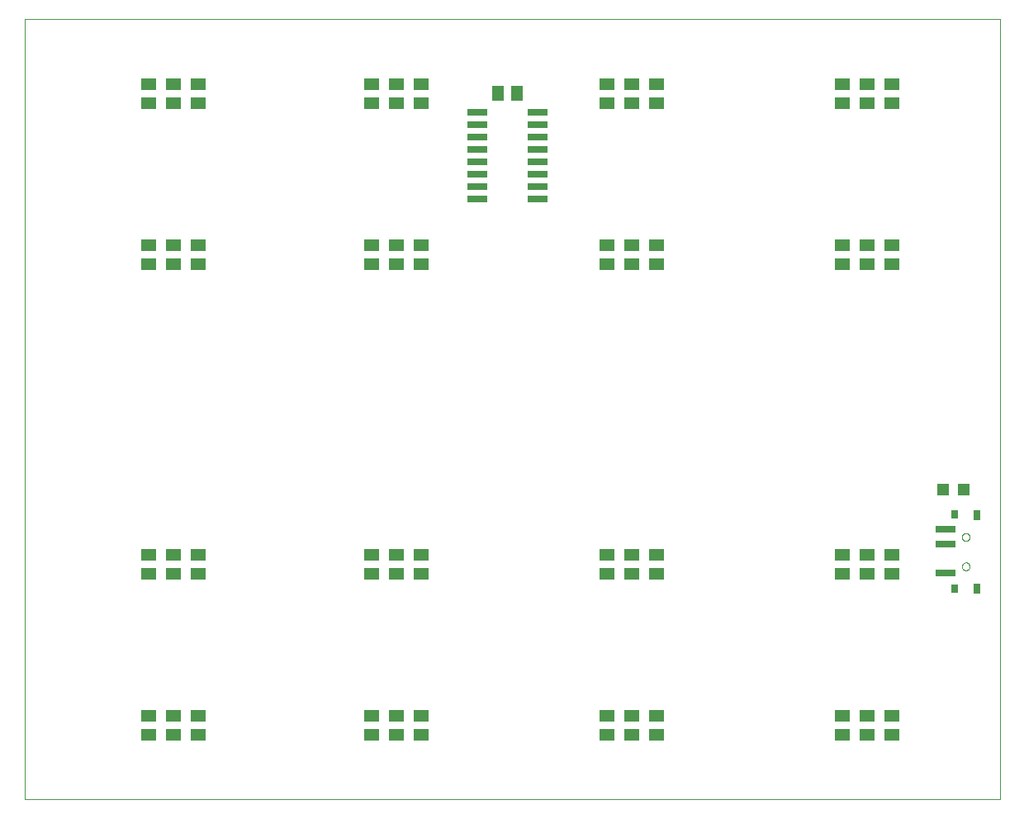
<source format=gtp>
G75*
%MOIN*%
%OFA0B0*%
%FSLAX25Y25*%
%IPPOS*%
%LPD*%
%AMOC8*
5,1,8,0,0,1.08239X$1,22.5*
%
%ADD10C,0.00000*%
%ADD11R,0.08000X0.02600*%
%ADD12R,0.05906X0.05118*%
%ADD13R,0.05118X0.05906*%
%ADD14R,0.07874X0.03150*%
%ADD15R,0.03150X0.03543*%
%ADD16R,0.03150X0.03937*%
%ADD17R,0.04724X0.04724*%
D10*
X0001800Y0001800D02*
X0001800Y0316761D01*
X0395501Y0316761D01*
X0395501Y0001800D01*
X0001800Y0001800D01*
X0380225Y0095894D02*
X0380227Y0095973D01*
X0380233Y0096052D01*
X0380243Y0096131D01*
X0380257Y0096209D01*
X0380274Y0096286D01*
X0380296Y0096362D01*
X0380321Y0096437D01*
X0380351Y0096510D01*
X0380383Y0096582D01*
X0380420Y0096653D01*
X0380460Y0096721D01*
X0380503Y0096787D01*
X0380549Y0096851D01*
X0380599Y0096913D01*
X0380652Y0096972D01*
X0380707Y0097028D01*
X0380766Y0097082D01*
X0380827Y0097132D01*
X0380890Y0097180D01*
X0380956Y0097224D01*
X0381024Y0097265D01*
X0381094Y0097302D01*
X0381165Y0097336D01*
X0381239Y0097366D01*
X0381313Y0097392D01*
X0381389Y0097414D01*
X0381466Y0097433D01*
X0381544Y0097448D01*
X0381622Y0097459D01*
X0381701Y0097466D01*
X0381780Y0097469D01*
X0381859Y0097468D01*
X0381938Y0097463D01*
X0382017Y0097454D01*
X0382095Y0097441D01*
X0382172Y0097424D01*
X0382249Y0097404D01*
X0382324Y0097379D01*
X0382398Y0097351D01*
X0382471Y0097319D01*
X0382541Y0097284D01*
X0382610Y0097245D01*
X0382677Y0097202D01*
X0382742Y0097156D01*
X0382804Y0097108D01*
X0382864Y0097056D01*
X0382921Y0097001D01*
X0382975Y0096943D01*
X0383026Y0096883D01*
X0383074Y0096820D01*
X0383119Y0096755D01*
X0383161Y0096687D01*
X0383199Y0096618D01*
X0383233Y0096547D01*
X0383264Y0096474D01*
X0383292Y0096399D01*
X0383315Y0096324D01*
X0383335Y0096247D01*
X0383351Y0096170D01*
X0383363Y0096091D01*
X0383371Y0096013D01*
X0383375Y0095934D01*
X0383375Y0095854D01*
X0383371Y0095775D01*
X0383363Y0095697D01*
X0383351Y0095618D01*
X0383335Y0095541D01*
X0383315Y0095464D01*
X0383292Y0095389D01*
X0383264Y0095314D01*
X0383233Y0095241D01*
X0383199Y0095170D01*
X0383161Y0095101D01*
X0383119Y0095033D01*
X0383074Y0094968D01*
X0383026Y0094905D01*
X0382975Y0094845D01*
X0382921Y0094787D01*
X0382864Y0094732D01*
X0382804Y0094680D01*
X0382742Y0094632D01*
X0382677Y0094586D01*
X0382610Y0094543D01*
X0382541Y0094504D01*
X0382471Y0094469D01*
X0382398Y0094437D01*
X0382324Y0094409D01*
X0382249Y0094384D01*
X0382172Y0094364D01*
X0382095Y0094347D01*
X0382017Y0094334D01*
X0381938Y0094325D01*
X0381859Y0094320D01*
X0381780Y0094319D01*
X0381701Y0094322D01*
X0381622Y0094329D01*
X0381544Y0094340D01*
X0381466Y0094355D01*
X0381389Y0094374D01*
X0381313Y0094396D01*
X0381239Y0094422D01*
X0381165Y0094452D01*
X0381094Y0094486D01*
X0381024Y0094523D01*
X0380956Y0094564D01*
X0380890Y0094608D01*
X0380827Y0094656D01*
X0380766Y0094706D01*
X0380707Y0094760D01*
X0380652Y0094816D01*
X0380599Y0094875D01*
X0380549Y0094937D01*
X0380503Y0095001D01*
X0380460Y0095067D01*
X0380420Y0095135D01*
X0380383Y0095206D01*
X0380351Y0095278D01*
X0380321Y0095351D01*
X0380296Y0095426D01*
X0380274Y0095502D01*
X0380257Y0095579D01*
X0380243Y0095657D01*
X0380233Y0095736D01*
X0380227Y0095815D01*
X0380225Y0095894D01*
X0380225Y0107706D02*
X0380227Y0107785D01*
X0380233Y0107864D01*
X0380243Y0107943D01*
X0380257Y0108021D01*
X0380274Y0108098D01*
X0380296Y0108174D01*
X0380321Y0108249D01*
X0380351Y0108322D01*
X0380383Y0108394D01*
X0380420Y0108465D01*
X0380460Y0108533D01*
X0380503Y0108599D01*
X0380549Y0108663D01*
X0380599Y0108725D01*
X0380652Y0108784D01*
X0380707Y0108840D01*
X0380766Y0108894D01*
X0380827Y0108944D01*
X0380890Y0108992D01*
X0380956Y0109036D01*
X0381024Y0109077D01*
X0381094Y0109114D01*
X0381165Y0109148D01*
X0381239Y0109178D01*
X0381313Y0109204D01*
X0381389Y0109226D01*
X0381466Y0109245D01*
X0381544Y0109260D01*
X0381622Y0109271D01*
X0381701Y0109278D01*
X0381780Y0109281D01*
X0381859Y0109280D01*
X0381938Y0109275D01*
X0382017Y0109266D01*
X0382095Y0109253D01*
X0382172Y0109236D01*
X0382249Y0109216D01*
X0382324Y0109191D01*
X0382398Y0109163D01*
X0382471Y0109131D01*
X0382541Y0109096D01*
X0382610Y0109057D01*
X0382677Y0109014D01*
X0382742Y0108968D01*
X0382804Y0108920D01*
X0382864Y0108868D01*
X0382921Y0108813D01*
X0382975Y0108755D01*
X0383026Y0108695D01*
X0383074Y0108632D01*
X0383119Y0108567D01*
X0383161Y0108499D01*
X0383199Y0108430D01*
X0383233Y0108359D01*
X0383264Y0108286D01*
X0383292Y0108211D01*
X0383315Y0108136D01*
X0383335Y0108059D01*
X0383351Y0107982D01*
X0383363Y0107903D01*
X0383371Y0107825D01*
X0383375Y0107746D01*
X0383375Y0107666D01*
X0383371Y0107587D01*
X0383363Y0107509D01*
X0383351Y0107430D01*
X0383335Y0107353D01*
X0383315Y0107276D01*
X0383292Y0107201D01*
X0383264Y0107126D01*
X0383233Y0107053D01*
X0383199Y0106982D01*
X0383161Y0106913D01*
X0383119Y0106845D01*
X0383074Y0106780D01*
X0383026Y0106717D01*
X0382975Y0106657D01*
X0382921Y0106599D01*
X0382864Y0106544D01*
X0382804Y0106492D01*
X0382742Y0106444D01*
X0382677Y0106398D01*
X0382610Y0106355D01*
X0382541Y0106316D01*
X0382471Y0106281D01*
X0382398Y0106249D01*
X0382324Y0106221D01*
X0382249Y0106196D01*
X0382172Y0106176D01*
X0382095Y0106159D01*
X0382017Y0106146D01*
X0381938Y0106137D01*
X0381859Y0106132D01*
X0381780Y0106131D01*
X0381701Y0106134D01*
X0381622Y0106141D01*
X0381544Y0106152D01*
X0381466Y0106167D01*
X0381389Y0106186D01*
X0381313Y0106208D01*
X0381239Y0106234D01*
X0381165Y0106264D01*
X0381094Y0106298D01*
X0381024Y0106335D01*
X0380956Y0106376D01*
X0380890Y0106420D01*
X0380827Y0106468D01*
X0380766Y0106518D01*
X0380707Y0106572D01*
X0380652Y0106628D01*
X0380599Y0106687D01*
X0380549Y0106749D01*
X0380503Y0106813D01*
X0380460Y0106879D01*
X0380420Y0106947D01*
X0380383Y0107018D01*
X0380351Y0107090D01*
X0380321Y0107163D01*
X0380296Y0107238D01*
X0380274Y0107314D01*
X0380257Y0107391D01*
X0380243Y0107469D01*
X0380233Y0107548D01*
X0380227Y0107627D01*
X0380225Y0107706D01*
D11*
X0208900Y0244300D03*
X0208900Y0249300D03*
X0208900Y0254300D03*
X0208900Y0259300D03*
X0208900Y0264300D03*
X0208900Y0269300D03*
X0208900Y0274300D03*
X0208900Y0279300D03*
X0184700Y0279300D03*
X0184700Y0274300D03*
X0184700Y0269300D03*
X0184700Y0264300D03*
X0184700Y0259300D03*
X0184700Y0254300D03*
X0184700Y0249300D03*
X0184700Y0244300D03*
D12*
X0161800Y0225540D03*
X0161800Y0218060D03*
X0151800Y0218060D03*
X0151800Y0225540D03*
X0141800Y0225540D03*
X0141800Y0218060D03*
X0071800Y0218060D03*
X0071800Y0225540D03*
X0061800Y0225540D03*
X0061800Y0218060D03*
X0051800Y0218060D03*
X0051800Y0225540D03*
X0051800Y0283060D03*
X0051800Y0290540D03*
X0061800Y0290540D03*
X0061800Y0283060D03*
X0071800Y0283060D03*
X0071800Y0290540D03*
X0141800Y0290540D03*
X0141800Y0283060D03*
X0151800Y0283060D03*
X0161800Y0283060D03*
X0161800Y0290540D03*
X0151800Y0290540D03*
X0236800Y0290540D03*
X0246800Y0290540D03*
X0246800Y0283060D03*
X0236800Y0283060D03*
X0256800Y0283060D03*
X0256800Y0290540D03*
X0331800Y0290540D03*
X0341800Y0290540D03*
X0341800Y0283060D03*
X0331800Y0283060D03*
X0351800Y0283060D03*
X0351800Y0290540D03*
X0351800Y0225540D03*
X0351800Y0218060D03*
X0341800Y0218060D03*
X0341800Y0225540D03*
X0331800Y0225540D03*
X0331800Y0218060D03*
X0256800Y0218060D03*
X0256800Y0225540D03*
X0246800Y0225540D03*
X0246800Y0218060D03*
X0236800Y0218060D03*
X0236800Y0225540D03*
X0236800Y0100540D03*
X0236800Y0093060D03*
X0246800Y0093060D03*
X0246800Y0100540D03*
X0256800Y0100540D03*
X0256800Y0093060D03*
X0256800Y0035540D03*
X0256800Y0028060D03*
X0246800Y0028060D03*
X0236800Y0028060D03*
X0236800Y0035540D03*
X0246800Y0035540D03*
X0161800Y0035540D03*
X0151800Y0035540D03*
X0151800Y0028060D03*
X0161800Y0028060D03*
X0141800Y0028060D03*
X0141800Y0035540D03*
X0071800Y0035540D03*
X0071800Y0028060D03*
X0061800Y0028060D03*
X0061800Y0035540D03*
X0051800Y0035540D03*
X0051800Y0028060D03*
X0051800Y0093060D03*
X0051800Y0100540D03*
X0061800Y0100540D03*
X0061800Y0093060D03*
X0071800Y0093060D03*
X0071800Y0100540D03*
X0141800Y0100540D03*
X0141800Y0093060D03*
X0151800Y0093060D03*
X0151800Y0100540D03*
X0161800Y0100540D03*
X0161800Y0093060D03*
X0331800Y0093060D03*
X0331800Y0100540D03*
X0341800Y0100540D03*
X0341800Y0093060D03*
X0351800Y0093060D03*
X0351800Y0100540D03*
X0351800Y0035540D03*
X0351800Y0028060D03*
X0341800Y0028060D03*
X0331800Y0028060D03*
X0331800Y0035540D03*
X0341800Y0035540D03*
D13*
X0200540Y0286800D03*
X0193060Y0286800D03*
D14*
X0373532Y0110946D03*
X0373532Y0105040D03*
X0373532Y0093229D03*
D15*
X0377371Y0086839D03*
X0377371Y0116761D03*
D16*
X0386229Y0116564D03*
X0386229Y0087036D03*
D17*
X0380934Y0126800D03*
X0372666Y0126800D03*
M02*

</source>
